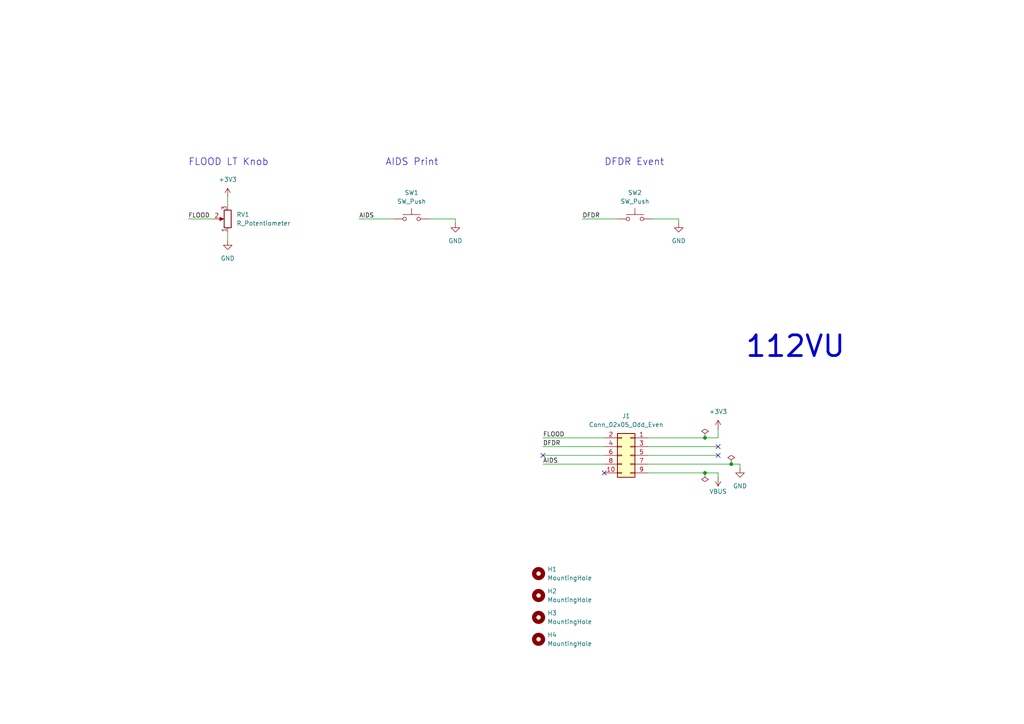
<source format=kicad_sch>
(kicad_sch (version 20231120) (generator "eeschema") (generator_version "8.0")
  (paper "A4")
  (lib_symbols
    (symbol "+3V3_1" (power) (pin_numbers hide) (pin_names (offset 0) hide)
      (property "Value" "+3V3" (at 0 3.556 0))
      (symbol "+3V3_1_0_1"
        (polyline (pts (xy -0.762 1.27) (xy 0 2.54)))
        (polyline (pts (xy 0 0) (xy 0 2.54)))
        (polyline (pts (xy 0 2.54) (xy 0.762 1.27)))
      )
      (symbol "+3V3_1_1_1"
        (pin power_in line (at 0 0 90) (length 0) (name "~") (number "1"))
      )
    )
    (symbol "Connector_Generic:Conn_02x05_Odd_Even" (pin_names (offset 1.016) hide)
      (property "Reference" "J" (at 1.27 7.62 0))
      (property "Value" "Conn_02x05_Odd_Even" (at 1.27 -7.62 0))
      (symbol "Conn_02x05_Odd_Even_1_1"
        (rectangle (start -1.27 -4.953) (end 0 -5.207) (stroke (width 0.1524)))
        (rectangle (start -1.27 -2.413) (end 0 -2.667) (stroke (width 0.1524)))
        (rectangle (start -1.27 0.127) (end 0 -0.127) (stroke (width 0.1524)))
        (rectangle (start -1.27 2.667) (end 0 2.413) (stroke (width 0.1524)))
        (rectangle (start -1.27 5.207) (end 0 4.953) (stroke (width 0.1524)))
        (rectangle (start -1.27 6.35) (end 3.81 -6.35) (stroke (width 0.254)) (fill (type background)))
        (rectangle (start 3.81 -4.953) (end 2.54 -5.207) (stroke (width 0.1524)))
        (rectangle (start 3.81 -2.413) (end 2.54 -2.667) (stroke (width 0.1524)))
        (rectangle (start 3.81 0.127) (end 2.54 -0.127) (stroke (width 0.1524)))
        (rectangle (start 3.81 2.667) (end 2.54 2.413) (stroke (width 0.1524)))
        (rectangle (start 3.81 5.207) (end 2.54 4.953) (stroke (width 0.1524)))
        (pin passive line (at -5.08 5.08 0) (length 3.81) (name "Pin_1") (number "1"))
        (pin passive line (at 7.62 -5.08 180) (length 3.81) (name "Pin_10") (number "10"))
        (pin passive line (at 7.62 5.08 180) (length 3.81) (name "Pin_2") (number "2"))
        (pin passive line (at -5.08 2.54 0) (length 3.81) (name "Pin_3") (number "3"))
        (pin passive line (at 7.62 2.54 180) (length 3.81) (name "Pin_4") (number "4"))
        (pin passive line (at -5.08 0 0) (length 3.81) (name "Pin_5") (number "5"))
        (pin passive line (at 7.62 0 180) (length 3.81) (name "Pin_6") (number "6"))
        (pin passive line (at -5.08 -2.54 0) (length 3.81) (name "Pin_7") (number "7"))
        (pin passive line (at 7.62 -2.54 180) (length 3.81) (name "Pin_8") (number "8"))
        (pin passive line (at -5.08 -5.08 0) (length 3.81) (name "Pin_9") (number "9"))
      )
    )
    (symbol "Device:R_Potentiometer" (pin_names (offset 1.016) hide)
      (property "Reference" "RV" (at -4.445 0 90))
      (property "Value" "R_Potentiometer" (at -2.54 0 90))
      (symbol "R_Potentiometer_0_1"
        (polyline (pts (xy 2.54 0) (xy 1.524 0)))
        (polyline (pts (xy 1.143 0) (xy 2.286 0.508) (xy 2.286 -0.508) (xy 1.143 0)) (fill (type outline)))
        (rectangle (start 1.016 2.54) (end -1.016 -2.54) (stroke (width 0.254)))
      )
      (symbol "R_Potentiometer_1_1"
        (pin passive line (at 0 3.81 270) (length 1.27) (name "1") (number "1"))
        (pin passive line (at 3.81 0 180) (length 1.27) (name "2") (number "2"))
        (pin passive line (at 0 -3.81 90) (length 1.27) (name "3") (number "3"))
      )
    )
    (symbol "GND_1" (power) (pin_numbers hide) (pin_names (offset 0) hide)
      (property "Value" "GND" (at 0 -3.81 0))
      (symbol "GND_1_0_1"
        (polyline (pts (xy 0 0) (xy 0 -1.27) (xy 1.27 -1.27) (xy 0 -2.54) (xy -1.27 -1.27) (xy 0 -1.27)))
      )
      (symbol "GND_1_1_1"
        (pin power_in line (at 0 0 270) (length 0) (name "~") (number "1"))
      )
    )
    (symbol "Mechanical:MountingHole" (pin_names (offset 1.016))
      (property "Reference" "H" (at 0 5.08 0))
      (property "Value" "MountingHole" (at 0 3.175 0))
      (symbol "MountingHole_0_1"
        (circle (center 0 0) (radius 1.27) (stroke (width 1.27)))
      )
    )
    (symbol "Switch:SW_Push" (pin_numbers hide) (pin_names (offset 1.016) hide)
      (property "Reference" "SW" (at 1.27 2.54 0))
      (property "Value" "SW_Push" (at 0 -1.524 0))
      (symbol "SW_Push_0_1"
        (circle (center -2.032 0) (radius 0.508))
        (polyline (pts (xy 0 1.27) (xy 0 3.048)))
        (polyline (pts (xy 2.54 1.27) (xy -2.54 1.27)))
        (circle (center 2.032 0) (radius 0.508))
        (pin passive line (at -5.08 0 0) (length 2.54) (name "1") (number "1"))
        (pin passive line (at 5.08 0 180) (length 2.54) (name "2") (number "2"))
      )
    )
    (symbol "power:+3V3" (power) (pin_numbers hide) (pin_names (offset 0) hide)
      (property "Value" "+3V3" (at 0 3.556 0))
      (symbol "+3V3_0_1"
        (polyline (pts (xy -0.762 1.27) (xy 0 2.54)))
        (polyline (pts (xy 0 0) (xy 0 2.54)))
        (polyline (pts (xy 0 2.54) (xy 0.762 1.27)))
      )
      (symbol "+3V3_1_1"
        (pin power_in line (at 0 0 90) (length 0) (name "~") (number "1"))
      )
    )
    (symbol "power:GND" (power) (pin_numbers hide) (pin_names (offset 0) hide)
      (property "Value" "GND" (at 0 -3.81 0))
      (symbol "GND_0_1"
        (polyline (pts (xy 0 0) (xy 0 -1.27) (xy 1.27 -1.27) (xy 0 -2.54) (xy -1.27 -1.27) (xy 0 -1.27)))
      )
      (symbol "GND_1_1"
        (pin power_in line (at 0 0 270) (length 0) (name "~") (number "1"))
      )
    )
    (symbol "power:PWR_FLAG" (power) (pin_numbers hide) (pin_names (offset 0) hide)
      (property "Value" "PWR_FLAG" (at 0 3.81 0))
      (symbol "PWR_FLAG_0_0"
        (pin power_out line (at 0 0 90) (length 0) (name "~") (number "1"))
      )
      (symbol "PWR_FLAG_0_1"
        (polyline (pts (xy 0 0) (xy 0 1.27) (xy -1.016 1.905) (xy 0 2.54) (xy 1.016 1.905) (xy 0 1.27)))
      )
    )
    (symbol "power:VBUS" (power) (pin_numbers hide) (pin_names (offset 0) hide)
      (property "Value" "VBUS" (at 0 3.556 0))
      (symbol "VBUS_0_1"
        (polyline (pts (xy -0.762 1.27) (xy 0 2.54)))
        (polyline (pts (xy 0 0) (xy 0 2.54)))
        (polyline (pts (xy 0 2.54) (xy 0.762 1.27)))
      )
      (symbol "VBUS_1_1"
        (pin power_in line (at 0 0 90) (length 0) (name "~") (number "1"))
      )
    )
  )
  (junction (at 212.09 134.62))
  (junction (at 204.47 137.16))
  (junction (at 204.47 127))
  (no_connect (at 208.28 129.54))
  (no_connect (at 157.48 132.08))
  (no_connect (at 175.26 137.16))
  (no_connect (at 208.28 132.08))
  (wire (pts (xy 66.04 67.31) (xy 66.04 69.85)))
  (wire (pts (xy 214.63 134.62) (xy 214.63 135.89)))
  (wire (pts (xy 157.48 134.62) (xy 175.26 134.62)))
  (wire (pts (xy 212.09 134.62) (xy 214.63 134.62)))
  (wire (pts (xy 157.48 127) (xy 175.26 127)))
  (wire (pts (xy 208.28 138.43) (xy 208.28 137.16)))
  (wire (pts (xy 104.14 63.5) (xy 114.3 63.5)))
  (wire (pts (xy 168.91 63.5) (xy 179.07 63.5)))
  (wire (pts (xy 54.61 63.5) (xy 62.23 63.5)))
  (wire (pts (xy 187.96 129.54) (xy 208.28 129.54)))
  (wire (pts (xy 132.08 63.5) (xy 132.08 64.77)))
  (wire (pts (xy 66.04 57.15) (xy 66.04 59.69)))
  (wire (pts (xy 124.46 63.5) (xy 132.08 63.5)))
  (wire (pts (xy 187.96 137.16) (xy 204.47 137.16)))
  (wire (pts (xy 157.48 132.08) (xy 175.26 132.08)))
  (wire (pts (xy 189.23 63.5) (xy 196.85 63.5)))
  (wire (pts (xy 187.96 127) (xy 204.47 127)))
  (wire (pts (xy 187.96 132.08) (xy 208.28 132.08)))
  (wire (pts (xy 204.47 127) (xy 208.28 127)))
  (wire (pts (xy 196.85 63.5) (xy 196.85 64.77)))
  (wire (pts (xy 204.47 137.16) (xy 208.28 137.16)))
  (wire (pts (xy 208.28 124.46) (xy 208.28 127)))
  (wire (pts (xy 157.48 129.54) (xy 175.26 129.54)))
  (wire (pts (xy 187.96 134.62) (xy 212.09 134.62)))
  (text "AIDS Print" (at 111.76 48.26 0) (effects (font (size 2 2)) (justify left bottom)))
  (text "112VU" (at 215.9 104.14 0) (effects (font (size 6 6) (thickness 0.8) (bold yes)) (justify left bottom)))
  (text "DFDR Event" (at 175.26 48.26 0) (effects (font (size 2 2)) (justify left bottom)))
  (text "FLOOD LT Knob" (at 54.61 48.26 0) (effects (font (size 2 2)) (justify left bottom)))
  (label "FLOOD" (at 157.48 127 0))
  (label "DFDR" (at 157.48 129.54 0))
  (label "DFDR" (at 168.91 63.5 0))
  (label "AIDS" (at 104.14 63.5 0))
  (label "FLOOD" (at 54.61 63.5 0))
  (label "AIDS" (at 157.48 134.62 0))
  (symbol (lib_id "power:PWR_FLAG") (at 204.47 127 0) (unit 1)
    (property "Reference" "#FLG01" (effects (hide yes)))
    (property "Value" "PWR_FLAG" (effects (hide yes)))
    (property "Description" "Special symbol for telling ERC where power comes from" (effects (hide yes)))
  )
  (symbol (lib_id "Switch:SW_Push") (at 184.15 63.5 0) (unit 1)
    (property "Reference" "SW2" (at 184.15 55.88 0))
    (property "Value" "SW_Push" (at 184.15 58.42 0))
    (property "Footprint" "Button_Switch_SMD:SW_Push_1TS009xxxx-xxxx-xxxx_6x6x5mm" (effects (hide yes)))
    (property "Datasheet" "https://www.lcsc.com/datasheet/lcsc_datasheet_1811151231_HYP--Hongyuan-Precision-1TS009A-1800-5000-CT_C319409.pdf" (effects (hide yes)))
    (property "JLCPCB Part" "C319409" (effects (hide yes)))
    (property "Manufracturer" "HYP (Hongyuan Precision)" (effects (hide yes)))
    (property "Manufracturer Part Number" "1TS009A-1800-5000-CT" (effects (hide yes)))
  )
  (symbol (lib_id "power:GND") (at 66.04 69.85 0) (unit 1)
    (property "Reference" "#PWR02" (effects (hide yes)))
    (property "Value" "GND" (at 66.04 74.93 0))
    (property "Description" "Power symbol creates a global label with name \"GND\" , ground" (effects (hide yes)))
  )
  (symbol (lib_id "Mechanical:MountingHole") (at 156.21 166.37 0) (unit 1) (in_bom no)
    (property "Reference" "H1" (at 158.75 165.1 0) (effects (justify left)))
    (property "Value" "MountingHole" (at 158.75 167.64 0) (effects (justify left)))
    (property "Footprint" "MountingHole:MountingHole_2.2mm_M2" (effects (hide yes)))
  )
  (symbol (lib_name "+3V3_1") (lib_id "power:+3V3") (at 208.28 124.46 0) (unit 1)
    (property "Reference" "#PWR09" (effects (hide yes)))
    (property "Value" "+3V3" (at 208.28 119.38 0))
    (property "Description" "Power symbol creates a global label with name \"+3V3\"" (effects (hide yes)))
  )
  (symbol (lib_id "Switch:SW_Push") (at 119.38 63.5 0) (unit 1)
    (property "Reference" "SW1" (at 119.38 55.88 0))
    (property "Value" "SW_Push" (at 119.38 58.42 0))
    (property "Footprint" "Button_Switch_SMD:SW_Push_1TS009xxxx-xxxx-xxxx_6x6x5mm" (effects (hide yes)))
    (property "Datasheet" "https://www.lcsc.com/datasheet/lcsc_datasheet_1811151231_HYP--Hongyuan-Precision-1TS009A-1800-5000-CT_C319409.pdf" (effects (hide yes)))
    (property "JLCPCB Part" "C319409" (effects (hide yes)))
    (property "Manufracturer" "HYP (Hongyuan Precision)" (effects (hide yes)))
    (property "Manufracturer Part Number" "1TS009A-1800-5000-CT" (effects (hide yes)))
  )
  (symbol (lib_name "GND_1") (lib_id "power:GND") (at 196.85 64.77 0) (unit 1)
    (property "Reference" "#PWR04" (effects (hide yes)))
    (property "Value" "GND" (at 196.85 69.85 0))
    (property "Description" "Power symbol creates a global label with name \"GND\" , ground" (effects (hide yes)))
  )
  (symbol (lib_id "Mechanical:MountingHole") (at 156.21 179.07 0) (unit 1) (in_bom no)
    (property "Reference" "H3" (at 158.75 177.8 0) (effects (justify left)))
    (property "Value" "MountingHole" (at 158.75 180.34 0) (effects (justify left)))
    (property "Footprint" "MountingHole:MountingHole_2.2mm_M2" (effects (hide yes)))
  )
  (symbol (lib_id "power:+3V3") (at 66.04 57.15 0) (unit 1)
    (property "Reference" "#PWR01" (effects (hide yes)))
    (property "Value" "+3V3" (at 66.04 52.07 0))
    (property "Description" "Power symbol creates a global label with name \"+3V3\"" (effects (hide yes)))
  )
  (symbol (lib_id "power:PWR_FLAG") (at 212.09 134.62 0) (unit 1)
    (property "Reference" "#FLG03" (effects (hide yes)))
    (property "Value" "PWR_FLAG" (effects (hide yes)))
    (property "Description" "Special symbol for telling ERC where power comes from" (effects (hide yes)))
  )
  (symbol (lib_id "power:PWR_FLAG") (at 204.47 137.16 180) (unit 1)
    (property "Reference" "#FLG02" (effects (hide yes)))
    (property "Value" "PWR_FLAG" (effects (hide yes)))
    (property "Description" "Special symbol for telling ERC where power comes from" (effects (hide yes)))
  )
  (symbol (lib_id "Connector_Generic:Conn_02x05_Odd_Even") (at 182.88 132.08 0) (mirror y) (unit 1)
    (property "Reference" "J1" (at 181.61 120.65 0))
    (property "Value" "Conn_02x05_Odd_Even" (at 181.61 123.19 0))
    (property "Footprint" "Connector_IDC:IDC-Header_2x05_P2.54mm_Vertical" (effects (hide yes)))
    (property "Datasheet" "https://www.lcsc.com/datasheet/lcsc_datasheet_1810281612_BOOMELE-Boom-Precision-Elec-2-54-2-5P_C5665.pdf" (effects (hide yes)))
    (property "JLCPCB Part" "C5665" (effects (hide yes)))
    (property "Manufracturer" "BOOMELE(Boom Precision Elec)" (effects (hide yes)))
    (property "Manufracturer Part Number" "2.54-2*5P" (effects (hide yes)))
  )
  (symbol (lib_id "Device:R_Potentiometer") (at 66.04 63.5 180) (unit 1)
    (property "Reference" "RV1" (at 68.58 62.23 0) (effects (justify right)))
    (property "Value" "R_Potentiometer" (at 68.58 64.77 0) (effects (justify right)))
    (property "Footprint" "NiasStuff:Potentiometer_Alps_RK09L_Double_Vertical" (effects (hide yes)))
    (property "Datasheet" "https://datasheet.lcsc.com/lcsc/1912111437_ALPSALPINE-RK09L1240A12_C380211.pdf" (effects (hide yes)))
    (property "Manufracturer" "ALPSALPINE" (effects (hide yes)))
    (property "Manufracturer Part Number" "RK09L1240A12" (effects (hide yes)))
    (property "JLCPCB Part" "C380211" (effects (hide yes)))
  )
  (symbol (lib_id "Mechanical:MountingHole") (at 156.21 172.72 0) (unit 1) (in_bom no)
    (property "Reference" "H2" (at 158.75 171.45 0) (effects (justify left)))
    (property "Value" "MountingHole" (at 158.75 173.99 0) (effects (justify left)))
    (property "Footprint" "MountingHole:MountingHole_2.2mm_M2" (effects (hide yes)))
  )
  (symbol (lib_name "GND_1") (lib_id "power:GND") (at 132.08 64.77 0) (unit 1)
    (property "Reference" "#PWR03" (effects (hide yes)))
    (property "Value" "GND" (at 132.08 69.85 0))
    (property "Description" "Power symbol creates a global label with name \"GND\" , ground" (effects (hide yes)))
  )
  (symbol (lib_id "Mechanical:MountingHole") (at 156.21 185.42 0) (unit 1) (in_bom no)
    (property "Reference" "H4" (at 158.75 184.15 0) (effects (justify left)))
    (property "Value" "MountingHole" (at 158.75 186.69 0) (effects (justify left)))
    (property "Footprint" "MountingHole:MountingHole_2.2mm_M2" (effects (hide yes)))
  )
  (symbol (lib_name "GND_1") (lib_id "power:GND") (at 214.63 135.89 0) (unit 1)
    (property "Reference" "#PWR011" (effects (hide yes)))
    (property "Value" "GND" (at 214.63 140.97 0))
    (property "Description" "Power symbol creates a global label with name \"GND\" , ground" (effects (hide yes)))
  )
  (symbol (lib_id "power:VBUS") (at 208.28 138.43 180) (unit 1)
    (property "Reference" "#PWR010" (effects (hide yes)))
    (property "Value" "VBUS" (at 208.28 142.5631 0))
    (property "Description" "Power symbol creates a global label with name \"VBUS\"" (effects (hide yes)))
  )
)
</source>
